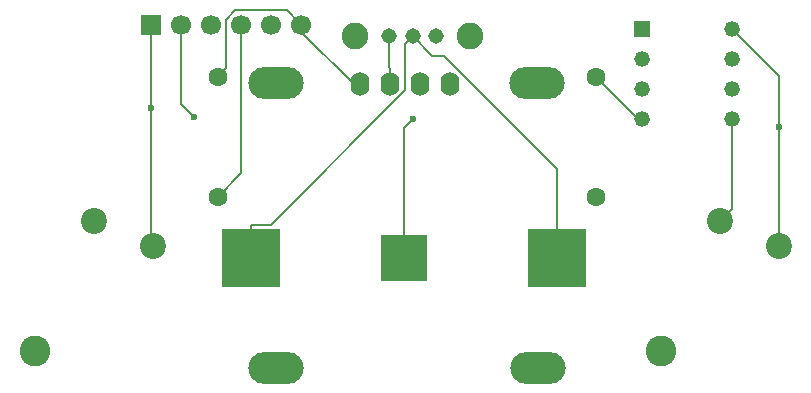
<source format=gbl>
%TF.GenerationSoftware,KiCad,Pcbnew,9.0.3*%
%TF.CreationDate,2025-08-18T10:50:27+02:00*%
%TF.ProjectId,gopher-arcade,676f7068-6572-42d6-9172-636164652e6b,rev?*%
%TF.SameCoordinates,Original*%
%TF.FileFunction,Copper,L2,Bot*%
%TF.FilePolarity,Positive*%
%FSLAX46Y46*%
G04 Gerber Fmt 4.6, Leading zero omitted, Abs format (unit mm)*
G04 Created by KiCad (PCBNEW 9.0.3) date 2025-08-18 10:50:27*
%MOMM*%
%LPD*%
G01*
G04 APERTURE LIST*
%TA.AperFunction,ComponentPad*%
%ADD10C,2.600000*%
%TD*%
%TA.AperFunction,ComponentPad*%
%ADD11C,2.200000*%
%TD*%
%TA.AperFunction,ComponentPad*%
%ADD12C,1.600000*%
%TD*%
%TA.AperFunction,ComponentPad*%
%ADD13O,4.680000X2.690000*%
%TD*%
%TA.AperFunction,ComponentPad*%
%ADD14O,1.600000X2.000000*%
%TD*%
%TA.AperFunction,ComponentPad*%
%ADD15R,1.700000X1.700000*%
%TD*%
%TA.AperFunction,ComponentPad*%
%ADD16C,1.700000*%
%TD*%
%TA.AperFunction,ComponentPad*%
%ADD17R,1.320800X1.320800*%
%TD*%
%TA.AperFunction,ComponentPad*%
%ADD18C,1.320800*%
%TD*%
%TA.AperFunction,ComponentPad*%
%ADD19C,1.308000*%
%TD*%
%TA.AperFunction,ComponentPad*%
%ADD20C,2.250000*%
%TD*%
%TA.AperFunction,SMDPad,CuDef*%
%ADD21R,5.000000X5.000000*%
%TD*%
%TA.AperFunction,SMDPad,CuDef*%
%ADD22R,4.000000X4.000000*%
%TD*%
%TA.AperFunction,ViaPad*%
%ADD23C,0.600000*%
%TD*%
%TA.AperFunction,Conductor*%
%ADD24C,0.200000*%
%TD*%
G04 APERTURE END LIST*
D10*
%TO.P,SW1,*%
%TO.N,*%
X38500000Y-132150000D03*
D11*
%TO.P,SW1,1,1*%
%TO.N,Net-(J1-Pin_4)*%
X43500000Y-121100000D03*
%TO.P,SW1,2,2*%
%TO.N,+3V3*%
X48500000Y-123200000D03*
%TD*%
D12*
%TO.P,R2,1*%
%TO.N,Net-(J1-Pin_2)*%
X86000000Y-119080000D03*
%TO.P,R2,2*%
%TO.N,GND*%
X86000000Y-108920000D03*
%TD*%
D13*
%TO.P,Brd1,*%
%TO.N,*%
X58900000Y-109450000D03*
X58900000Y-133550000D03*
X81000000Y-109450000D03*
X81100000Y-133550000D03*
D14*
%TO.P,Brd1,1,GND*%
%TO.N,GND*%
X66080000Y-109550000D03*
%TO.P,Brd1,2,VCC*%
%TO.N,+3V3*%
X68620000Y-109550000D03*
%TO.P,Brd1,3,SCL*%
%TO.N,Net-(Brd1-SCL)*%
X71160000Y-109550000D03*
%TO.P,Brd1,4,SDA*%
%TO.N,Net-(Brd1-SDA)*%
X73700000Y-109550000D03*
%TD*%
D10*
%TO.P,SW2,*%
%TO.N,*%
X91500000Y-132150000D03*
D11*
%TO.P,SW2,1,1*%
%TO.N,Net-(J1-Pin_2)*%
X96500000Y-121100000D03*
%TO.P,SW2,2,2*%
%TO.N,+3V3*%
X101500000Y-123200000D03*
%TD*%
D12*
%TO.P,R1,1*%
%TO.N,Net-(J1-Pin_4)*%
X54000000Y-119080000D03*
%TO.P,R1,2*%
%TO.N,GND*%
X54000000Y-108920000D03*
%TD*%
D15*
%TO.P,J1,1,Pin_1*%
%TO.N,+3V3*%
X48380000Y-104500000D03*
D16*
%TO.P,J1,2,Pin_2*%
%TO.N,Net-(J1-Pin_2)*%
X50920000Y-104500000D03*
%TO.P,J1,3,Pin_3*%
%TO.N,Net-(J1-Pin_3)*%
X53460000Y-104500000D03*
%TO.P,J1,4,Pin_4*%
%TO.N,Net-(J1-Pin_4)*%
X56000000Y-104500000D03*
%TO.P,J1,5,Pin_5*%
%TO.N,Net-(J1-Pin_5)*%
X58540000Y-104500000D03*
%TO.P,J1,6,Pin_6*%
%TO.N,GND*%
X61080000Y-104500000D03*
%TD*%
D17*
%TO.P,U1,1,PB5*%
%TO.N,Net-(J1-Pin_5)*%
X89880000Y-104880000D03*
D18*
%TO.P,U1,2,PB3*%
%TO.N,Net-(Brd1-SDA)*%
X89880000Y-107420000D03*
%TO.P,U1,3,PB4*%
%TO.N,Net-(Brd1-SCL)*%
X89880000Y-109960000D03*
%TO.P,U1,4,GND*%
%TO.N,GND*%
X89880000Y-112500000D03*
%TO.P,U1,5,PB0*%
%TO.N,Net-(J1-Pin_2)*%
X97500000Y-112500000D03*
%TO.P,U1,6,PB1*%
%TO.N,Net-(J1-Pin_3)*%
X97500000Y-109960000D03*
%TO.P,U1,7,PB2*%
%TO.N,Net-(J1-Pin_4)*%
X97500000Y-107420000D03*
%TO.P,U1,8,VCC*%
%TO.N,+3V3*%
X97500000Y-104880000D03*
%TD*%
D19*
%TO.P,S1,1*%
%TO.N,unconnected-(S1-Pad1)*%
X72500000Y-105500000D03*
%TO.P,S1,2*%
%TO.N,Net-(BT1-+)*%
X70500000Y-105500000D03*
%TO.P,S1,3*%
%TO.N,+3V3*%
X68500000Y-105500000D03*
D20*
%TO.P,S1,P$4*%
%TO.N,N/C*%
X75350000Y-105500000D03*
%TO.P,S1,P$5*%
X65650000Y-105500000D03*
%TD*%
D21*
%TO.P,BT1,1,+*%
%TO.N,Net-(BT1-+)*%
X56850000Y-124250000D03*
X82750000Y-124250000D03*
D22*
%TO.P,BT1,2,-*%
%TO.N,GND*%
X69800000Y-124250000D03*
%TD*%
D23*
%TO.N,GND*%
X70533400Y-112500000D03*
%TO.N,+3V3*%
X48380000Y-111572600D03*
X101500000Y-113195800D03*
%TO.N,Net-(J1-Pin_2)*%
X51993300Y-112328500D03*
%TD*%
D24*
%TO.N,GND*%
X61080000Y-105100800D02*
X61080000Y-104500000D01*
X65529200Y-109550000D02*
X61080000Y-105100800D01*
X54730000Y-108190000D02*
X54000000Y-108920000D01*
X69800000Y-113233400D02*
X69800000Y-124250000D01*
X70533400Y-112500000D02*
X69800000Y-113233400D01*
X54730000Y-104073800D02*
X54730000Y-108190000D01*
X89880000Y-112500000D02*
X89580000Y-112500000D01*
X59881400Y-103301400D02*
X55502400Y-103301400D01*
X55502400Y-103301400D02*
X54730000Y-104073800D01*
X66080000Y-109550000D02*
X65529200Y-109550000D01*
X61080000Y-104500000D02*
X59881400Y-103301400D01*
X89580000Y-112500000D02*
X86000000Y-108920000D01*
%TO.N,+3V3*%
X68620000Y-109550000D02*
X68620000Y-108248300D01*
X68620000Y-108248300D02*
X68500000Y-108128300D01*
X48500000Y-123200000D02*
X48380000Y-123080000D01*
X48380000Y-104500000D02*
X48380000Y-111572600D01*
X97500000Y-104880000D02*
X101500000Y-108880000D01*
X101500000Y-113195800D02*
X101500000Y-123200000D01*
X101500000Y-108880000D02*
X101500000Y-113195800D01*
X68500000Y-108128300D02*
X68500000Y-105500000D01*
X48380000Y-111572600D02*
X48380000Y-123080000D01*
%TO.N,Net-(BT1-+)*%
X69890000Y-106110000D02*
X70500000Y-105500000D01*
X72157800Y-107157800D02*
X70500000Y-105500000D01*
X82750000Y-121448000D02*
X82750000Y-116754700D01*
X58513500Y-121448300D02*
X69890000Y-110071800D01*
X56850000Y-124250000D02*
X56850000Y-121448300D01*
X82750000Y-116754700D02*
X73153100Y-107157800D01*
X69890000Y-110071800D02*
X69890000Y-106110000D01*
X73153100Y-107157800D02*
X72157800Y-107157800D01*
X82750000Y-124250000D02*
X82750000Y-121448000D01*
X56850000Y-121448300D02*
X58513500Y-121448300D01*
%TO.N,Net-(J1-Pin_4)*%
X56000000Y-104500000D02*
X56000000Y-117080000D01*
X56000000Y-117080000D02*
X54000000Y-119080000D01*
%TO.N,Net-(J1-Pin_2)*%
X96500000Y-121100000D02*
X97500000Y-120100000D01*
X97500000Y-120100000D02*
X97500000Y-112500000D01*
X51993300Y-112328500D02*
X50920000Y-111255200D01*
X50920000Y-111255200D02*
X50920000Y-104500000D01*
%TD*%
M02*

</source>
